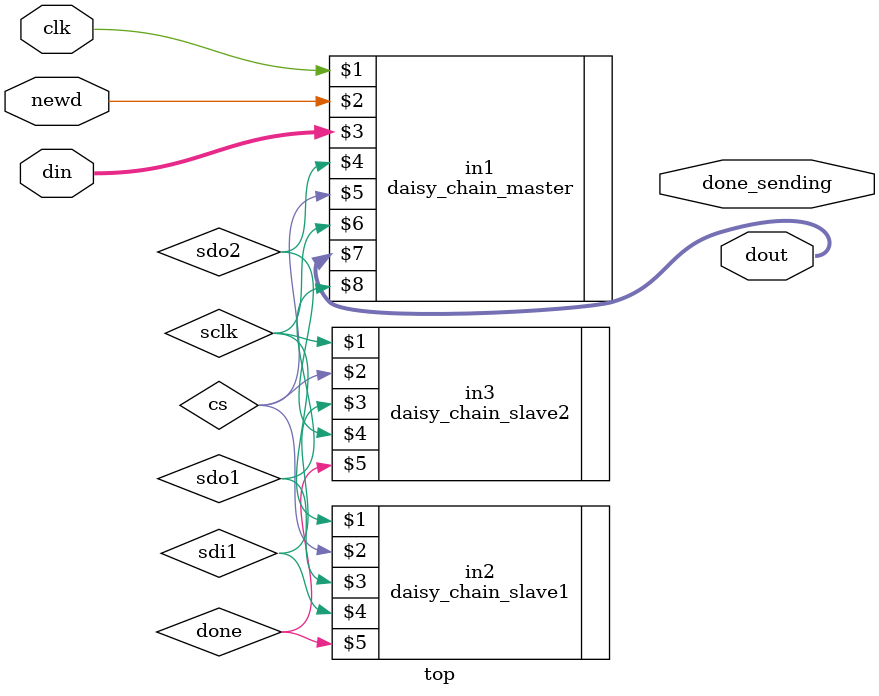
<source format=v>
module top (input clk,newd,
            input[7:0]din,
            output reg [7:0]dout,
            output reg done_sending);
  wire sclk,cs,sdi1,sdi2,sdo1,sdo2;
  daisy_chain_master in1(clk,newd,din,sdo2,cs,sclk,dout,sdo1);
  daisy_chain_slave1 in2(sclk,cs,sdo1,sdi1,done);
  daisy_chain_slave2 in3(sclk,cs,sdi1,sdo2,done);
endmodule

</source>
